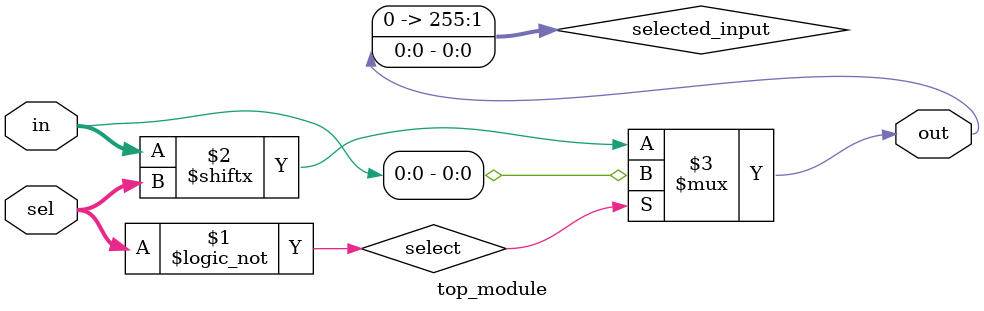
<source format=sv>
module top_module (
	input [255:0] in,
	input [7:0] sel,
	output  out
);

wire [255:0] selected_input;
wire select;

assign select = (sel == 0);
assign selected_input = select ? in[0] : in[sel];

assign out = selected_input;

endmodule

</source>
